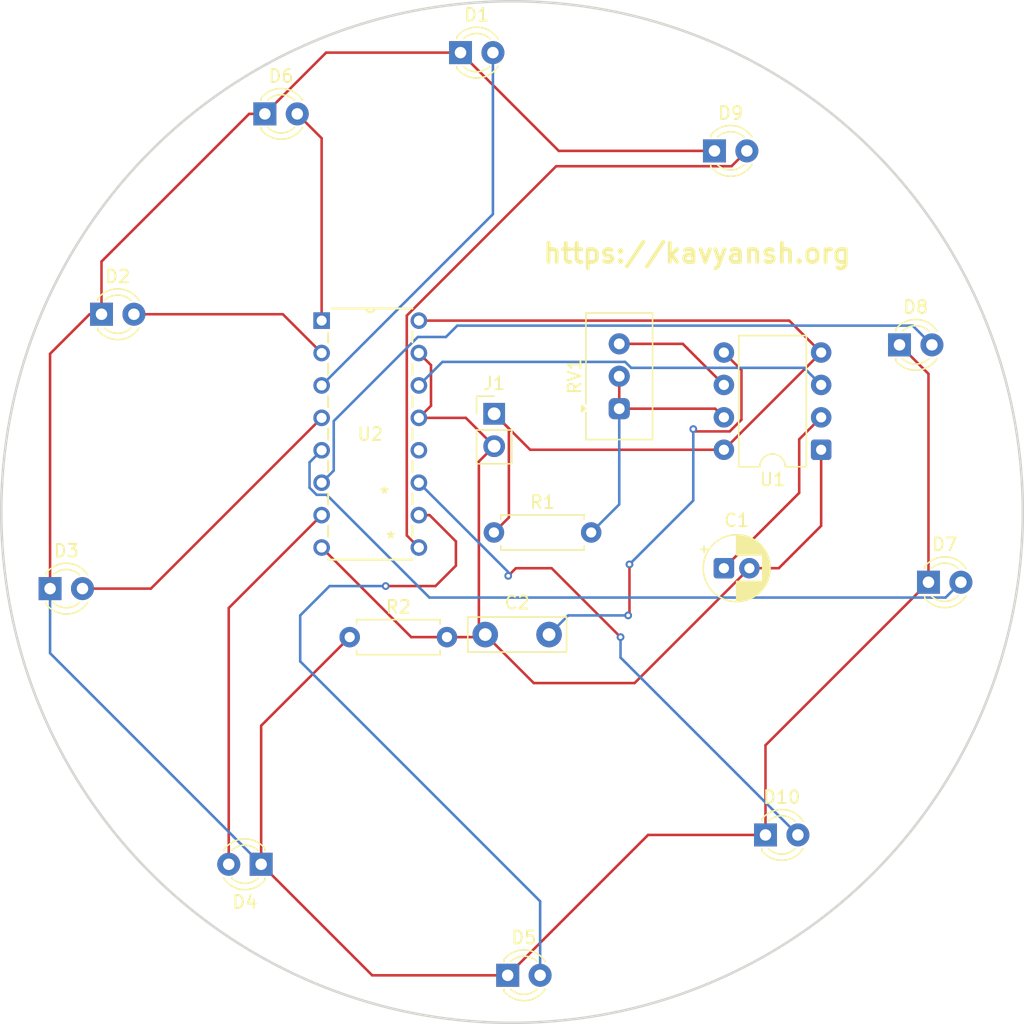
<source format=kicad_pcb>
(kicad_pcb (version 20241229) (generator "pcbnew") (generator_version "9.0")
  (layers (0 "F.Cu" signal) (2 "B.Cu" signal) (13 "F.Paste" user) (15 "B.Paste" user) (5 "F.SilkS" user "F.Silkscreen") (7 "B.SilkS" user "B.Silkscreen") (1 "F.Mask" user) (3 "B.Mask" user) (25 "Edge.Cuts" user))
  (net 0 "")
  (net 1 "GND")
  (net 2 "TR")
  (net 3 "Net-(U1-CONT)")
  (net 4 "Net-(D1-K)")
  (net 5 "Net-(D1-A)")
  (net 6 "Net-(D2-A)")
  (net 7 "Net-(D3-A)")
  (net 8 "Net-(D4-A)")
  (net 9 "Net-(D5-A)")
  (net 10 "Net-(D6-A)")
  (net 11 "Net-(D7-A)")
  (net 12 "Net-(D8-A)")
  (net 13 "Net-(D9-A)")
  (net 14 "Net-(D10-A)")
  (net 15 "+5V")
  (net 16 "Net-(U1-DISCH)")
  (net 17 "Net-(U1-THRES)")
  (net 18 "OUT")
  (footprint "Potentiometer_THT:Potentiometer_Vishay_T93YA_Vertical" (layer "F.Cu") (at 242.3 51.4 90)
    (property "Reference" "RV1" (at 2.54 -3.5 90) (layer "F.SilkS"))
    (property "Value" "R_Potentiometer 50k")
    (fp_line (start 7.5 -2.61) (end 7.5 2.61) (stroke (width 0.12)) (layer "F.SilkS"))
    (fp_line (start 0.4 -2.61) (end 7.5 -2.61) (stroke (width 0.12)) (layer "F.SilkS"))
    (fp_line (start -2.42 -2.61) (end -0.3 -2.61) (stroke (width 0.12)) (layer "F.SilkS"))
    (fp_line (start -2.42 -2.61) (end -2.42 2.61) (stroke (width 0.12)) (layer "F.SilkS"))
    (fp_line (start -2.42 2.61) (end 7.5 2.61) (stroke (width 0.12)) (layer "F.SilkS"))
    (fp_poly (pts (xy 0 -2.61) (xy -0.24 -2.94) (xy 0.24 -2.94) (xy 0 -2.61)) (stroke (width 0.12)) (fill yes) (layer "F.SilkS"))
    (pad "1" thru_hole roundrect (at 0 0 90) (size 1.65 1.65) (drill 0.85) (layers "*.Cu" "*.Mask") (net 16 "Net-(U1-DISCH)"))
    (pad "2" thru_hole circle (at 2.54 0 90) (size 1.65 1.65) (drill 0.85) (layers "*.Cu" "*.Mask") (net 16 "Net-(U1-DISCH)"))
    (pad "3" thru_hole circle (at 5.08 0 90) (size 1.65 1.65) (drill 0.85) (layers "*.Cu" "*.Mask") (net 17 "Net-(U1-THRES)"))
  )
  (footprint "LED_THT:LED_D3.0mm" (layer "F.Cu") (at 253.76 84.8)
    (property "Reference" "D10" (at 1.27 -2.96 0) (layer "F.SilkS"))
    (property "Value" "LED")
    (fp_line (start -0.29 -1.236) (end -0.29 -1.08) (stroke (width 0.12)) (layer "F.SilkS"))
    (fp_line (start -0.29 1.08) (end -0.29 1.236) (stroke (width 0.12)) (layer "F.SilkS"))
    (fp_arc (start -0.29 -1.235516) (mid 1.36566 -1.987699) (end 2.941437 -1.08) (stroke (width 0.12)) (layer "F.SilkS"))
    (fp_arc (start 0.229039 -1.08) (mid 1.27 -1.5) (end 2.310961 -1.08) (stroke (width 0.12)) (layer "F.SilkS"))
    (fp_arc (start 2.310961 1.08) (mid 1.27 1.5) (end 0.229039 1.08) (stroke (width 0.12)) (layer "F.SilkS"))
    (fp_arc (start 2.941437 1.08) (mid 1.36566 1.987699) (end -0.29 1.235516) (stroke (width 0.12)) (layer "F.SilkS"))
    (pad "1" thru_hole rect (at 0 0) (size 1.8 1.8) (drill 0.9) (layers "*.Cu" "*.Mask") (net 4 "Net-(D1-K)"))
    (pad "2" thru_hole circle (at 2.54 0) (size 1.8 1.8) (drill 0.9) (layers "*.Cu" "*.Mask") (net 14 "Net-(D10-A)"))
  )
  (footprint "LED_THT:LED_D3.0mm" (layer "F.Cu") (at 264.26 46.4)
    (property "Reference" "D8" (at 1.27 -2.96 0) (layer "F.SilkS"))
    (property "Value" "LED")
    (fp_line (start -0.29 -1.236) (end -0.29 -1.08) (stroke (width 0.12)) (layer "F.SilkS"))
    (fp_line (start -0.29 1.08) (end -0.29 1.236) (stroke (width 0.12)) (layer "F.SilkS"))
    (fp_arc (start -0.29 -1.235516) (mid 1.36566 -1.987699) (end 2.941437 -1.08) (stroke (width 0.12)) (layer "F.SilkS"))
    (fp_arc (start 0.229039 -1.08) (mid 1.27 -1.5) (end 2.310961 -1.08) (stroke (width 0.12)) (layer "F.SilkS"))
    (fp_arc (start 2.310961 1.08) (mid 1.27 1.5) (end 0.229039 1.08) (stroke (width 0.12)) (layer "F.SilkS"))
    (fp_arc (start 2.941437 1.08) (mid 1.36566 1.987699) (end -0.29 1.235516) (stroke (width 0.12)) (layer "F.SilkS"))
    (pad "1" thru_hole rect (at 0 0) (size 1.8 1.8) (drill 0.9) (layers "*.Cu" "*.Mask") (net 4 "Net-(D1-K)"))
    (pad "2" thru_hole circle (at 2.54 0) (size 1.8 1.8) (drill 0.9) (layers "*.Cu" "*.Mask") (net 12 "Net-(D8-A)"))
  )
  (footprint "Capacitor_THT:C_Disc_D7.5mm_W2.5mm_P5.00mm" (layer "F.Cu") (at 231.8 69.1)
    (property "Reference" "C2" (at 2.5 -2.5 0) (layer "F.SilkS"))
    (property "Value" "1 uF")
    (fp_line (start -1.37 -1.37) (end 6.37 -1.37) (stroke (width 0.12)) (layer "F.SilkS"))
    (fp_line (start -1.37 1.37) (end -1.37 -1.37) (stroke (width 0.12)) (layer "F.SilkS"))
    (fp_line (start 6.37 -1.37) (end 6.37 1.37) (stroke (width 0.12)) (layer "F.SilkS"))
    (fp_line (start 6.37 1.37) (end -1.37 1.37) (stroke (width 0.12)) (layer "F.SilkS"))
    (pad "1" thru_hole circle (at 0 0) (size 2 2) (drill 1) (layers "*.Cu" "*.Mask") (net 1 "GND"))
    (pad "2" thru_hole circle (at 5 0) (size 2 2) (drill 1) (layers "*.Cu" "*.Mask") (net 3 "Net-(U1-CONT)"))
  )
  (footprint "LED_THT:LED_D3.0mm" (layer "F.Cu") (at 249.76 31.2)
    (property "Reference" "D9" (at 1.27 -2.96 0) (layer "F.SilkS"))
    (property "Value" "LED")
    (fp_line (start -0.29 -1.236) (end -0.29 -1.08) (stroke (width 0.12)) (layer "F.SilkS"))
    (fp_line (start -0.29 1.08) (end -0.29 1.236) (stroke (width 0.12)) (layer "F.SilkS"))
    (fp_arc (start -0.29 -1.235516) (mid 1.36566 -1.987699) (end 2.941437 -1.08) (stroke (width 0.12)) (layer "F.SilkS"))
    (fp_arc (start 0.229039 -1.08) (mid 1.27 -1.5) (end 2.310961 -1.08) (stroke (width 0.12)) (layer "F.SilkS"))
    (fp_arc (start 2.310961 1.08) (mid 1.27 1.5) (end 0.229039 1.08) (stroke (width 0.12)) (layer "F.SilkS"))
    (fp_arc (start 2.941437 1.08) (mid 1.36566 1.987699) (end -0.29 1.235516) (stroke (width 0.12)) (layer "F.SilkS"))
    (pad "1" thru_hole rect (at 0 0) (size 1.8 1.8) (drill 0.9) (layers "*.Cu" "*.Mask") (net 4 "Net-(D1-K)"))
    (pad "2" thru_hole circle (at 2.54 0) (size 1.8 1.8) (drill 0.9) (layers "*.Cu" "*.Mask") (net 13 "Net-(D9-A)"))
  )
  (footprint "LED_THT:LED_D3.0mm" (layer "F.Cu") (at 229.86 23.5)
    (property "Reference" "D1" (at 1.27 -2.96 0) (layer "F.SilkS"))
    (property "Value" "LED")
    (fp_line (start -0.29 -1.236) (end -0.29 -1.08) (stroke (width 0.12)) (layer "F.SilkS"))
    (fp_line (start -0.29 1.08) (end -0.29 1.236) (stroke (width 0.12)) (layer "F.SilkS"))
    (fp_arc (start -0.29 -1.235516) (mid 1.36566 -1.987699) (end 2.941437 -1.08) (stroke (width 0.12)) (layer "F.SilkS"))
    (fp_arc (start 0.229039 -1.08) (mid 1.27 -1.5) (end 2.310961 -1.08) (stroke (width 0.12)) (layer "F.SilkS"))
    (fp_arc (start 2.310961 1.08) (mid 1.27 1.5) (end 0.229039 1.08) (stroke (width 0.12)) (layer "F.SilkS"))
    (fp_arc (start 2.941437 1.08) (mid 1.36566 1.987699) (end -0.29 1.235516) (stroke (width 0.12)) (layer "F.SilkS"))
    (pad "1" thru_hole rect (at 0 0) (size 1.8 1.8) (drill 0.9) (layers "*.Cu" "*.Mask") (net 4 "Net-(D1-K)"))
    (pad "2" thru_hole circle (at 2.54 0) (size 1.8 1.8) (drill 0.9) (layers "*.Cu" "*.Mask") (net 5 "Net-(D1-A)"))
  )
  (footprint "LED_THT:LED_D3.0mm" (layer "F.Cu") (at 201.73 44)
    (property "Reference" "D2" (at 1.27 -2.96 0) (layer "F.SilkS"))
    (property "Value" "LED")
    (fp_line (start -0.29 -1.236) (end -0.29 -1.08) (stroke (width 0.12)) (layer "F.SilkS"))
    (fp_line (start -0.29 1.08) (end -0.29 1.236) (stroke (width 0.12)) (layer "F.SilkS"))
    (fp_arc (start -0.29 -1.235516) (mid 1.36566 -1.987699) (end 2.941437 -1.08) (stroke (width 0.12)) (layer "F.SilkS"))
    (fp_arc (start 0.229039 -1.08) (mid 1.27 -1.5) (end 2.310961 -1.08) (stroke (width 0.12)) (layer "F.SilkS"))
    (fp_arc (start 2.310961 1.08) (mid 1.27 1.5) (end 0.229039 1.08) (stroke (width 0.12)) (layer "F.SilkS"))
    (fp_arc (start 2.941437 1.08) (mid 1.36566 1.987699) (end -0.29 1.235516) (stroke (width 0.12)) (layer "F.SilkS"))
    (pad "1" thru_hole rect (at 0 0) (size 1.8 1.8) (drill 0.9) (layers "*.Cu" "*.Mask") (net 4 "Net-(D1-K)"))
    (pad "2" thru_hole circle (at 2.54 0) (size 1.8 1.8) (drill 0.9) (layers "*.Cu" "*.Mask") (net 6 "Net-(D2-A)"))
  )
  (footprint "Package_DIP:DIP-8_W7.62mm" (layer "F.Cu") (at 258.12 54.62 180)
    (property "Reference" "U1" (at 3.81 -2.33 0) (layer "F.SilkS"))
    (property "Value" "NE555P")
    (fp_line (start 6.46 8.95) (end 6.46 -1.33) (stroke (width 0.12)) (layer "F.SilkS"))
    (fp_line (start 6.46 -1.33) (end 4.81 -1.33) (stroke (width 0.12)) (layer "F.SilkS"))
    (fp_line (start 2.81 -1.33) (end 1.16 -1.33) (stroke (width 0.12)) (layer "F.SilkS"))
    (fp_line (start 1.16 8.95) (end 6.46 8.95) (stroke (width 0.12)) (layer "F.SilkS"))
    (fp_line (start 1.16 -1.33) (end 1.16 8.95) (stroke (width 0.12)) (layer "F.SilkS"))
    (fp_arc (start 4.81 -1.33) (mid 3.81 -0.33) (end 2.81 -1.33) (stroke (width 0.12)) (layer "F.SilkS"))
    (pad "1" thru_hole roundrect (at 0 0 180) (size 1.6 1.6) (drill 0.8) (layers "*.Cu" "*.Mask") (roundrect_rratio 0.15625) (net 1 "GND"))
    (pad "2" thru_hole circle (at 0 2.54 180) (size 1.6 1.6) (drill 0.8) (layers "*.Cu" "*.Mask") (net 2 "TR"))
    (pad "3" thru_hole circle (at 0 5.08 180) (size 1.6 1.6) (drill 0.8) (layers "*.Cu" "*.Mask") (net 18 "OUT"))
    (pad "4" thru_hole circle (at 0 7.62 180) (size 1.6 1.6) (drill 0.8) (layers "*.Cu" "*.Mask") (net 15 "+5V"))
    (pad "5" thru_hole circle (at 7.62 7.62 180) (size 1.6 1.6) (drill 0.8) (layers "*.Cu" "*.Mask") (net 3 "Net-(U1-CONT)"))
    (pad "6" thru_hole circle (at 7.62 5.08 180) (size 1.6 1.6) (drill 0.8) (layers "*.Cu" "*.Mask") (net 17 "Net-(U1-THRES)"))
    (pad "7" thru_hole circle (at 7.62 2.54 180) (size 1.6 1.6) (drill 0.8) (layers "*.Cu" "*.Mask") (net 16 "Net-(U1-DISCH)"))
    (pad "8" thru_hole circle (at 7.62 0 180) (size 1.6 1.6) (drill 0.8) (layers "*.Cu" "*.Mask") (net 15 "+5V"))
  )
  (footprint "Connector_PinHeader_2.54mm:PinHeader_1x02_P2.54mm_Vertical" (layer "F.Cu") (at 232.5 51.8)
    (property "Reference" "J1" (at 0 -2.38 0) (layer "F.SilkS"))
    (property "Value" "Conn_01x02_Socket")
    (fp_line (start -1.38 -1.38) (end 0 -1.38) (stroke (width 0.12)) (layer "F.SilkS"))
    (fp_line (start -1.38 0) (end -1.38 -1.38) (stroke (width 0.12)) (layer "F.SilkS"))
    (fp_line (start -1.38 1.27) (end -1.38 3.92) (stroke (width 0.12)) (layer "F.SilkS"))
    (fp_line (start -1.38 1.27) (end 1.38 1.27) (stroke (width 0.12)) (layer "F.SilkS"))
    (fp_line (start -1.38 3.92) (end 1.38 3.92) (stroke (width 0.12)) (layer "F.SilkS"))
    (fp_line (start 1.38 1.27) (end 1.38 3.92) (stroke (width 0.12)) (layer "F.SilkS"))
    (pad "1" thru_hole rect (at 0 0) (size 1.7 1.7) (drill 1) (layers "*.Cu" "*.Mask") (net 15 "+5V"))
    (pad "2" thru_hole circle (at 0 2.54) (size 1.7 1.7) (drill 1) (layers "*.Cu" "*.Mask") (net 1 "GND"))
  )
  (footprint "Texas Instruments CD4017BE:N16" (layer "F.Cu") (at 226.6 62.28)
    (property "Reference" "U2" (at -3.81 -8.89 0) (layer "F.SilkS"))
    (property "Value" "4017")
    (fp_line (start -7.112 -16.79956) (end -7.112 -16.078569) (stroke (width 0.1524)) (layer "F.SilkS"))
    (fp_line (start -7.112 -14.401431) (end -7.112 -13.538569) (stroke (width 0.1524)) (layer "F.SilkS"))
    (fp_line (start -7.112 -11.861431) (end -7.112 -10.998569) (stroke (width 0.1524)) (layer "F.SilkS"))
    (fp_line (start -7.112 -9.321431) (end -7.112 -8.458569) (stroke (width 0.1524)) (layer "F.SilkS"))
    (fp_line (start -7.112 -6.781431) (end -7.112 -5.918569) (stroke (width 0.1524)) (layer "F.SilkS"))
    (fp_line (start -7.112 -4.241431) (end -7.112 -3.378569) (stroke (width 0.1524)) (layer "F.SilkS"))
    (fp_line (start -7.112 -1.701431) (end -7.112 -0.838569) (stroke (width 0.1524)) (layer "F.SilkS"))
    (fp_line (start -7.112 0.9525) (end -0.508 0.9525) (stroke (width 0.1524)) (layer "F.SilkS"))
    (fp_line (start -0.508 -18.7325) (end -6.838835 -18.7325) (stroke (width 0.1524)) (layer "F.SilkS"))
    (fp_line (start -0.508 -16.078569) (end -0.508 -16.941431) (stroke (width 0.1524)) (layer "F.SilkS"))
    (fp_line (start -0.508 -13.538569) (end -0.508 -14.401431) (stroke (width 0.1524)) (layer "F.SilkS"))
    (fp_line (start -0.508 -10.998569) (end -0.508 -11.861431) (stroke (width 0.1524)) (layer "F.SilkS"))
    (fp_line (start -0.508 -8.458569) (end -0.508 -9.321431) (stroke (width 0.1524)) (layer "F.SilkS"))
    (fp_line (start -0.508 -5.918569) (end -0.508 -6.781431) (stroke (width 0.1524)) (layer "F.SilkS"))
    (fp_line (start -0.508 -3.378569) (end -0.508 -4.241431) (stroke (width 0.1524)) (layer "F.SilkS"))
    (fp_line (start -0.508 -0.838569) (end -0.508 -1.701431) (stroke (width 0.1524)) (layer "F.SilkS"))
    (fp_arc (start -3.5052 -18.7325) (mid -3.81 -18.4277) (end -4.1148 -18.7325) (stroke (width 0.1524)) (layer "F.SilkS"))
    (fp_text user "*" (at -2.7 -4.18 0) (layer "F.SilkS"))
    (fp_text user "*" (at -2.2 -0.68 0) (layer "F.SilkS"))
    (pad "1" thru_hole rect (at -7.62 -17.78) (size 1.2954 1.2954) (drill 0.7874) (layers "*.Cu" "*.Mask") (net 10 "Net-(D6-A)"))
    (pad "2" thru_hole circle (at -7.62 -15.24) (size 1.2954 1.2954) (drill 0.7874) (layers "*.Cu" "*.Mask") (net 6 "Net-(D2-A)"))
    (pad "3" thru_hole circle (at -7.62 -12.7) (size 1.2954 1.2954) (drill 0.7874) (layers "*.Cu" "*.Mask") (net 5 "Net-(D1-A)"))
    (pad "4" thru_hole circle (at -7.62 -10.16) (size 1.2954 1.2954) (drill 0.7874) (layers "*.Cu" "*.Mask") (net 7 "Net-(D3-A)"))
    (pad "5" thru_hole circle (at -7.62 -7.62) (size 1.2954 1.2954) (drill 0.7874) (layers "*.Cu" "*.Mask") (net 11 "Net-(D7-A)"))
    (pad "6" thru_hole circle (at -7.62 -5.08) (size 1.2954 1.2954) (drill 0.7874) (layers "*.Cu" "*.Mask") (net 12 "Net-(D8-A)"))
    (pad "7" thru_hole circle (at -7.62 -2.54) (size 1.2954 1.2954) (drill 0.7874) (layers "*.Cu" "*.Mask") (net 8 "Net-(D4-A)"))
    (pad "8" thru_hole circle (at -7.62 0) (size 1.2954 1.2954) (drill 0.7874) (layers "*.Cu" "*.Mask") (net 1 "GND"))
    (pad "9" thru_hole circle (at 0 0) (size 1.2954 1.2954) (drill 0.7874) (layers "*.Cu" "*.Mask") (net 13 "Net-(D9-A)"))
    (pad "10" thru_hole circle (at 0 -2.54) (size 1.2954 1.2954) (drill 0.7874) (layers "*.Cu" "*.Mask") (net 9 "Net-(D5-A)"))
    (pad "11" thru_hole circle (at 0 -5.08) (size 1.2954 1.2954) (drill 0.7874) (layers "*.Cu" "*.Mask") (net 14 "Net-(D10-A)"))
    (pad "12" thru_hole circle (at 0 -7.62) (size 1.2954 1.2954) (drill 0.7874) (layers "*.Cu" "*.Mask"))
    (pad "13" thru_hole circle (at 0 -10.16) (size 1.2954 1.2954) (drill 0.7874) (layers "*.Cu" "*.Mask") (net 1 "GND"))
    (pad "14" thru_hole circle (at 0 -12.7) (size 1.2954 1.2954) (drill 0.7874) (layers "*.Cu" "*.Mask") (net 18 "OUT"))
    (pad "15" thru_hole circle (at 0 -15.24) (size 1.2954 1.2954) (drill 0.7874) (layers "*.Cu" "*.Mask") (net 1 "GND"))
    (pad "16" thru_hole circle (at 0 -17.78) (size 1.2954 1.2954) (drill 0.7874) (layers "*.Cu" "*.Mask") (net 15 "+5V"))
  )
  (footprint "LED_THT:LED_D3.0mm" (layer "F.Cu") (at 197.7 65.5)
    (property "Reference" "D3" (at 1.27 -2.96 0) (layer "F.SilkS"))
    (property "Value" "LED")
    (fp_line (start -0.29 -1.236) (end -0.29 -1.08) (stroke (width 0.12)) (layer "F.SilkS"))
    (fp_line (start -0.29 1.08) (end -0.29 1.236) (stroke (width 0.12)) (layer "F.SilkS"))
    (fp_arc (start -0.29 -1.235516) (mid 1.36566 -1.987699) (end 2.941437 -1.08) (stroke (width 0.12)) (layer "F.SilkS"))
    (fp_arc (start 0.229039 -1.08) (mid 1.27 -1.5) (end 2.310961 -1.08) (stroke (width 0.12)) (layer "F.SilkS"))
    (fp_arc (start 2.310961 1.08) (mid 1.27 1.5) (end 0.229039 1.08) (stroke (width 0.12)) (layer "F.SilkS"))
    (fp_arc (start 2.941437 1.08) (mid 1.36566 1.987699) (end -0.29 1.235516) (stroke (width 0.12)) (layer "F.SilkS"))
    (pad "1" thru_hole rect (at 0 0) (size 1.8 1.8) (drill 0.9) (layers "*.Cu" "*.Mask") (net 4 "Net-(D1-K)"))
    (pad "2" thru_hole circle (at 2.54 0) (size 1.8 1.8) (drill 0.9) (layers "*.Cu" "*.Mask") (net 7 "Net-(D3-A)"))
  )
  (footprint "LED_THT:LED_D3.0mm" (layer "F.Cu") (at 233.56 95.8)
    (property "Reference" "D5" (at 1.27 -2.96 0) (layer "F.SilkS"))
    (property "Value" "LED")
    (fp_line (start -0.29 -1.236) (end -0.29 -1.08) (stroke (width 0.12)) (layer "F.SilkS"))
    (fp_line (start -0.29 1.08) (end -0.29 1.236) (stroke (width 0.12)) (layer "F.SilkS"))
    (fp_arc (start -0.29 -1.235516) (mid 1.36566 -1.987699) (end 2.941437 -1.08) (stroke (width 0.12)) (layer "F.SilkS"))
    (fp_arc (start 0.229039 -1.08) (mid 1.27 -1.5) (end 2.310961 -1.08) (stroke (width 0.12)) (layer "F.SilkS"))
    (fp_arc (start 2.310961 1.08) (mid 1.27 1.5) (end 0.229039 1.08) (stroke (width 0.12)) (layer "F.SilkS"))
    (fp_arc (start 2.941437 1.08) (mid 1.36566 1.987699) (end -0.29 1.235516) (stroke (width 0.12)) (layer "F.SilkS"))
    (pad "1" thru_hole rect (at 0 0) (size 1.8 1.8) (drill 0.9) (layers "*.Cu" "*.Mask") (net 4 "Net-(D1-K)"))
    (pad "2" thru_hole circle (at 2.54 0) (size 1.8 1.8) (drill 0.9) (layers "*.Cu" "*.Mask") (net 9 "Net-(D5-A)"))
  )
  (footprint "Capacitor_THT:CP_Radial_D5.0mm_P2.00mm" (layer "F.Cu") (at 250.5 63.9)
    (property "Reference" "C1" (at 1 -3.75 0) (layer "F.SilkS"))
    (property "Value" "C_Polarized 0.01 uF")
    (fp_line (start -1.804775 -1.475) (end -1.304775 -1.475) (stroke (width 0.12)) (layer "F.SilkS"))
    (fp_line (start -1.554775 -1.725) (end -1.554775 -1.225) (stroke (width 0.12)) (layer "F.SilkS"))
    (fp_line (start 1 -2.58) (end 1 -1.04) (stroke (width 0.12)) (layer "F.SilkS"))
    (fp_line (start 1 1.04) (end 1 2.58) (stroke (width 0.12)) (layer "F.SilkS"))
    (fp_line (start 1.04 -2.58) (end 1.04 -1.04) (stroke (width 0.12)) (layer "F.SilkS"))
    (fp_line (start 1.04 1.04) (end 1.04 2.58) (stroke (width 0.12)) (layer "F.SilkS"))
    (fp_line (start 1.08 -2.579) (end 1.08 -1.04) (stroke (width 0.12)) (layer "F.SilkS"))
    (fp_line (start 1.08 1.04) (end 1.08 2.579) (stroke (width 0.12)) (layer "F.SilkS"))
    (fp_line (start 1.12 -2.577) (end 1.12 -1.04) (stroke (width 0.12)) (layer "F.SilkS"))
    (fp_line (start 1.12 1.04) (end 1.12 2.577) (stroke (width 0.12)) (layer "F.SilkS"))
    (fp_line (start 1.16 -2.575) (end 1.16 -1.04) (stroke (width 0.12)) (layer "F.SilkS"))
    (fp_line (start 1.16 1.04) (end 1.16 2.575) (stroke (width 0.12)) (layer "F.SilkS"))
    (fp_line (start 1.2 -2.572) (end 1.2 -1.04) (stroke (width 0.12)) (layer "F.SilkS"))
    (fp_line (start 1.2 1.04) (end 1.2 2.572) (stroke (width 0.12)) (layer "F.SilkS"))
    (fp_line (start 1.24 -2.569) (end 1.24 -1.04) (stroke (width 0.12)) (layer "F.SilkS"))
    (fp_line (start 1.24 1.04) (end 1.24 2.569) (stroke (width 0.12)) (layer "F.SilkS"))
    (fp_line (start 1.28 -2.565) (end 1.28 -1.04) (stroke (width 0.12)) (layer "F.SilkS"))
    (fp_line (start 1.28 1.04) (end 1.28 2.565) (stroke (width 0.12)) (layer "F.SilkS"))
    (fp_line (start 1.32 -2.56) (end 1.32 -1.04) (stroke (width 0.12)) (layer "F.SilkS"))
    (fp_line (start 1.32 1.04) (end 1.32 2.56) (stroke (width 0.12)) (layer "F.SilkS"))
    (fp_line (start 1.36 -2.555) (end 1.36 -1.04) (stroke (width 0.12)) (layer "F.SilkS"))
    (fp_line (start 1.36 1.04) (end 1.36 2.555) (stroke (width 0.12)) (layer "F.SilkS"))
    (fp_line (start 1.4 -2.549) (end 1.4 -1.04) (stroke (width 0.12)) (layer "F.SilkS"))
    (fp_line (start 1.4 1.04) (end 1.4 2.549) (stroke (width 0.12)) (layer "F.SilkS"))
    (fp_line (start 1.44 -2.543) (end 1.44 -1.04) (stroke (width 0.12)) (layer "F.SilkS"))
    (fp_line (start 1.44 1.04) (end 1.44 2.543) (stroke (width 0.12)) (layer "F.SilkS"))
    (fp_line (start 1.48 -2.536) (end 1.48 -1.04) (stroke (width 0.12)) (layer "F.SilkS"))
    (fp_line (start 1.48 1.04) (end 1.48 2.536) (stroke (width 0.12)) (layer "F.SilkS"))
    (fp_line (start 1.52 -2.528) (end 1.52 -1.04) (stroke (width 0.12)) (layer "F.SilkS"))
    (fp_line (start 1.52 1.04) (end 1.52 2.528) (stroke (width 0.12)) (layer "F.SilkS"))
    (fp_line (start 1.56 -2.519) (end 1.56 -1.04) (stroke (width 0.12)) (layer "F.SilkS"))
    (fp_line (start 1.56 1.04) (end 1.56 2.519) (stroke (width 0.12)) (layer "F.SilkS"))
    (fp_line (start 1.6 -2.51) (end 1.6 -1.04) (stroke (width 0.12)) (layer "F.SilkS"))
    (fp_line (start 1.6 1.04) (end 1.6 2.51) (stroke (width 0.12)) (layer "F.SilkS"))
    (fp_line (start 1.64 -2.501) (end 1.64 -1.04) (stroke (width 0.12)) (layer "F.SilkS"))
    (fp_line (start 1.64 1.04) (end 1.64 2.501) (stroke (width 0.12)) (layer "F.SilkS"))
    (fp_line (start 1.68 -2.49) (end 1.68 -1.04) (stroke (width 0.12)) (layer "F.SilkS"))
    (fp_line (start 1.68 1.04) (end 1.68 2.49) (stroke (width 0.12)) (layer "F.SilkS"))
    (fp_line (start 1.72 -2.479) (end 1.72 -1.04) (stroke (width 0.12)) (layer "F.SilkS"))
    (fp_line (start 1.72 1.04) (end 1.72 2.479) (stroke (width 0.12)) (layer "F.SilkS"))
    (fp_line (start 1.76 -2.467) (end 1.76 -1.04) (stroke (width 0.12)) (layer "F.SilkS"))
    (fp_line (start 1.76 1.04) (end 1.76 2.467) (stroke (width 0.12)) (layer "F.SilkS"))
    (fp_line (start 1.8 -2.455) (end 1.8 -1.04) (stroke (width 0.12)) (layer "F.SilkS"))
    (fp_line (start 1.8 1.04) (end 1.8 2.455) (stroke (width 0.12)) (layer "F.SilkS"))
    (fp_line (start 1.84 -2.442) (end 1.84 -1.04) (stroke (width 0.12)) (layer "F.SilkS"))
    (fp_line (start 1.84 1.04) (end 1.84 2.442) (stroke (width 0.12)) (layer "F.SilkS"))
    (fp_line (start 1.88 -2.428) (end 1.88 -1.04) (stroke (width 0.12)) (layer "F.SilkS"))
    (fp_line (start 1.88 1.04) (end 1.88 2.428) (stroke (width 0.12)) (layer "F.SilkS"))
    (fp_line (start 1.92 -2.413) (end 1.92 -1.04) (stroke (width 0.12)) (layer "F.SilkS"))
    (fp_line (start 1.92 1.04) (end 1.92 2.413) (stroke (width 0.12)) (layer "F.SilkS"))
    (fp_line (start 1.96 -2.398) (end 1.96 -1.04) (stroke (width 0.12)) (layer "F.SilkS"))
    (fp_line (start 1.96 1.04) (end 1.96 2.398) (stroke (width 0.12)) (layer "F.SilkS"))
    (fp_line (start 2 -2.382) (end 2 -1.04) (stroke (width 0.12)) (layer "F.SilkS"))
    (fp_line (start 2 1.04) (end 2 2.382) (stroke (width 0.12)) (layer "F.SilkS"))
    (fp_line (start 2.04 -2.365) (end 2.04 -1.04) (stroke (width 0.12)) (layer "F.SilkS"))
    (fp_line (start 2.04 1.04) (end 2.04 2.365) (stroke (width 0.12)) (layer "F.SilkS"))
    (fp_line (start 2.08 -2.347) (end 2.08 -1.04) (stroke (width 0.12)) (layer "F.SilkS"))
    (fp_line (start 2.08 1.04) (end 2.08 2.347) (stroke (width 0.12)) (layer "F.SilkS"))
    (fp_line (start 2.12 -2.329) (end 2.12 -1.04) (stroke (width 0.12)) (layer "F.SilkS"))
    (fp_line (start 2.12 1.04) (end 2.12 2.329) (stroke (width 0.12)) (layer "F.SilkS"))
    (fp_line (start 2.16 -2.309) (end 2.16 -1.04) (stroke (width 0.12)) (layer "F.SilkS"))
    (fp_line (start 2.16 1.04) (end 2.16 2.309) (stroke (width 0.12)) (layer "F.SilkS"))
    (fp_line (start 2.2 -2.289) (end 2.2 -1.04) (stroke (width 0.12)) (layer "F.SilkS"))
    (fp_line (start 2.2 1.04) (end 2.2 2.289) (stroke (width 0.12)) (layer "F.SilkS"))
    (fp_line (start 2.24 -2.268) (end 2.24 -1.04) (stroke (width 0.12)) (layer "F.SilkS"))
    (fp_line (start 2.24 1.04) (end 2.24 2.268) (stroke (width 0.12)) (layer "F.SilkS"))
    (fp_line (start 2.28 -2.246) (end 2.28 -1.04) (stroke (width 0.12)) (layer "F.SilkS"))
    (fp_line (start 2.28 1.04) (end 2.28 2.246) (stroke (width 0.12)) (layer "F.SilkS"))
    (fp_line (start 2.32 -2.223) (end 2.32 -1.04) (stroke (width 0.12)) (layer "F.SilkS"))
    (fp_line (start 2.32 1.04) (end 2.32 2.223) (stroke (width 0.12)) (layer "F.SilkS"))
    (fp_line (start 2.36 -2.199) (end 2.36 -1.04) (stroke (width 0.12)) (layer "F.SilkS"))
    (fp_line (start 2.36 1.04) (end 2.36 2.199) (stroke (width 0.12)) (layer "F.SilkS"))
    (fp_line (start 2.4 -2.175) (end 2.4 -1.04) (stroke (width 0.12)) (layer "F.SilkS"))
    (fp_line (start 2.4 1.04) (end 2.4 2.175) (stroke (width 0.12)) (layer "F.SilkS"))
    (fp_line (start 2.44 -2.149) (end 2.44 -1.04) (stroke (width 0.12)) (layer "F.SilkS"))
    (fp_line (start 2.44 1.04) (end 2.44 2.149) (stroke (width 0.12)) (layer "F.SilkS"))
    (fp_line (start 2.48 -2.122) (end 2.48 -1.04) (stroke (width 0.12)) (layer "F.SilkS"))
    (fp_line (start 2.48 1.04) (end 2.48 2.122) (stroke (width 0.12)) (layer "F.SilkS"))
    (fp_line (start 2.52 -2.094) (end 2.52 -1.04) (stroke (width 0.12)) (layer "F.SilkS"))
    (fp_line (start 2.52 1.04) (end 2.52 2.094) (stroke (width 0.12)) (layer "F.SilkS"))
    (fp_line (start 2.56 -2.065) (end 2.56 -1.04) (stroke (width 0.12)) (layer "F.SilkS"))
    (fp_line (start 2.56 1.04) (end 2.56 2.065) (stroke (width 0.12)) (layer "F.SilkS"))
    (fp_line (start 2.6 -2.035) (end 2.6 -1.04) (stroke (width 0.12)) (layer "F.SilkS"))
    (fp_line (start 2.6 1.04) (end 2.6 2.035) (stroke (width 0.12)) (layer "F.SilkS"))
    (fp_line (start 2.64 -2.003) (end 2.64 -1.04) (stroke (width 0.12)) (layer "F.SilkS"))
    (fp_line (start 2.64 1.04) (end 2.64 2.003) (stroke (width 0.12)) (layer "F.SilkS"))
    (fp_line (start 2.68 -1.97) (end 2.68 -1.04) (stroke (width 0.12)) (layer "F.SilkS"))
    (fp_line (start 2.68 1.04) (end 2.68 1.97) (stroke (width 0.12)) (layer "F.SilkS"))
    (fp_line (start 2.72 -1.936) (end 2.72 -1.04) (stroke (width 0.12)) (layer "F.SilkS"))
    (fp_line (start 2.72 1.04) (end 2.72 1.936) (stroke (width 0.12)) (layer "F.SilkS"))
    (fp_line (start 2.76 -1.901) (end 2.76 -1.04) (stroke (width 0.12)) (layer "F.SilkS"))
    (fp_line (start 2.76 1.04) (end 2.76 1.901) (stroke (width 0.12)) (layer "F.SilkS"))
    (fp_line (start 2.8 -1.864) (end 2.8 -1.04) (stroke (width 0.12)) (layer "F.SilkS"))
    (fp_line (start 2.8 1.04) (end 2.8 1.864) (stroke (width 0.12)) (layer "F.SilkS"))
    (fp_line (start 2.84 -1.825) (end 2.84 -1.04) (stroke (width 0.12)) (layer "F.SilkS"))
    (fp_line (start 2.84 1.04) (end 2.84 1.825) (stroke (width 0.12)) (layer "F.SilkS"))
    (fp_line (start 2.88 -1.785) (end 2.88 -1.04) (stroke (width 0.12)) (layer "F.SilkS"))
    (fp_line (start 2.88 1.04) (end 2.88 1.785) (stroke (width 0.12)) (layer "F.SilkS"))
    (fp_line (start 2.92 -1.743) (end 2.92 -1.04) (stroke (width 0.12)) (layer "F.SilkS"))
    (fp_line (start 2.92 1.04) (end 2.92 1.743) (stroke (width 0.12)) (layer "F.SilkS"))
    (fp_line (start 2.96 -1.699) (end 2.96 -1.04) (stroke (width 0.12)) (layer "F.SilkS"))
    (fp_line (start 2.96 1.04) (end 2.96 1.699) (stroke (width 0.12)) (layer "F.SilkS"))
    (fp_line (start 3 -1.652) (end 3 -1.04) (stroke (width 0.12)) (layer "F.SilkS"))
    (fp_line (start 3 1.04) (end 3 1.652) (stroke (width 0.12)) (layer "F.SilkS"))
    (fp_line (start 3.04 -1.604) (end 3.04 1.604) (stroke (width 0.12)) (layer "F.SilkS"))
    (fp_line (start 3.08 -1.553) (end 3.08 1.553) (stroke (width 0.12)) (layer "F.SilkS"))
    (fp_line (start 3.12 -1.499) (end 3.12 1.499) (stroke (width 0.12)) (layer "F.SilkS"))
    (fp_line (start 3.16 -1.443) (end 3.16 1.443) (stroke (width 0.12)) (layer "F.SilkS"))
    (fp_line (start 3.2 -1.383) (end 3.2 1.383) (stroke (width 0.12)) (layer "F.SilkS"))
    (fp_line (start 3.24 -1.319) (end 3.24 1.319) (stroke (width 0.12)) (layer "F.SilkS"))
    (fp_line (start 3.28 -1.251) (end 3.28 1.251) (stroke (width 0.12)) (layer "F.SilkS"))
    (fp_line (start 3.32 -1.177) (end 3.32 1.177) (stroke (width 0.12)) (layer "F.SilkS"))
    (fp_line (start 3.36 -1.098) (end 3.36 1.098) (stroke (width 0.12)) (layer "F.SilkS"))
    (fp_line (start 3.4 -1.011) (end 3.4 1.011) (stroke (width 0.12)) (layer "F.SilkS"))
    (fp_line (start 3.44 -0.914) (end 3.44 0.914) (stroke (width 0.12)) (layer "F.SilkS"))
    (fp_line (start 3.48 -0.805) (end 3.48 0.805) (stroke (width 0.12)) (layer "F.SilkS"))
    (fp_line (start 3.52 -0.677) (end 3.52 0.677) (stroke (width 0.12)) (layer "F.SilkS"))
    (fp_line (start 3.56 -0.517) (end 3.56 0.517) (stroke (width 0.12)) (layer "F.SilkS"))
    (fp_line (start 3.6 -0.283) (end 3.6 0.283) (stroke (width 0.12)) (layer "F.SilkS"))
    (fp_circle (center 1 0) (end 3.62 0) (stroke (width 0.12)) (fill no) (layer "F.SilkS"))
    (pad "1" thru_hole roundrect (at 0 0) (size 1.6 1.6) (drill 0.8) (layers "*.Cu" "*.Mask") (roundrect_rratio 0.15625) (net 2 "TR"))
    (pad "2" thru_hole circle (at 2 0) (size 1.6 1.6) (drill 0.8) (layers "*.Cu" "*.Mask") (net 1 "GND"))
  )
  (footprint "LED_THT:LED_D3.0mm" (layer "F.Cu") (at 266.53 65)
    (property "Reference" "D7" (at 1.27 -2.96 0) (layer "F.SilkS"))
    (property "Value" "LED")
    (fp_line (start -0.29 -1.236) (end -0.29 -1.08) (stroke (width 0.12)) (layer "F.SilkS"))
    (fp_line (start -0.29 1.08) (end -0.29 1.236) (stroke (width 0.12)) (layer "F.SilkS"))
    (fp_arc (start -0.29 -1.235516) (mid 1.36566 -1.987699) (end 2.941437 -1.08) (stroke (width 0.12)) (layer "F.SilkS"))
    (fp_arc (start 0.229039 -1.08) (mid 1.27 -1.5) (end 2.310961 -1.08) (stroke (width 0.12)) (layer "F.SilkS"))
    (fp_arc (start 2.310961 1.08) (mid 1.27 1.5) (end 0.229039 1.08) (stroke (width 0.12)) (layer "F.SilkS"))
    (fp_arc (start 2.941437 1.08) (mid 1.36566 1.987699) (end -0.29 1.235516) (stroke (width 0.12)) (layer "F.SilkS"))
    (pad "1" thru_hole rect (at 0 0) (size 1.8 1.8) (drill 0.9) (layers "*.Cu" "*.Mask") (net 4 "Net-(D1-K)"))
    (pad "2" thru_hole circle (at 2.54 0) (size 1.8 1.8) (drill 0.9) (layers "*.Cu" "*.Mask") (net 11 "Net-(D7-A)"))
  )
  (footprint "LED_THT:LED_D3.0mm" (layer "F.Cu") (at 214.24 87.1 180)
    (property "Reference" "D4" (at 1.27 -2.96 0) (layer "F.SilkS"))
    (property "Value" "LED")
    (fp_line (start -0.29 1.08) (end -0.29 1.236) (stroke (width 0.12)) (layer "F.SilkS"))
    (fp_line (start -0.29 -1.236) (end -0.29 -1.08) (stroke (width 0.12)) (layer "F.SilkS"))
    (fp_arc (start 2.941437 1.08) (mid 1.36566 1.987699) (end -0.29 1.235516) (stroke (width 0.12)) (layer "F.SilkS"))
    (fp_arc (start 2.310961 1.08) (mid 1.27 1.5) (end 0.229039 1.08) (stroke (width 0.12)) (layer "F.SilkS"))
    (fp_arc (start 0.229039 -1.08) (mid 1.27 -1.5) (end 2.310961 -1.08) (stroke (width 0.12)) (layer "F.SilkS"))
    (fp_arc (start -0.29 -1.235516) (mid 1.36566 -1.987699) (end 2.941437 -1.08) (stroke (width 0.12)) (layer "F.SilkS"))
    (pad "1" thru_hole rect (at 0 0 180) (size 1.8 1.8) (drill 0.9) (layers "*.Cu" "*.Mask") (net 4 "Net-(D1-K)"))
    (pad "2" thru_hole circle (at 2.54 0 180) (size 1.8 1.8) (drill 0.9) (layers "*.Cu" "*.Mask") (net 8 "Net-(D4-A)"))
  )
  (footprint "Resistor_THT:R_Axial_DIN0207_L6.3mm_D2.5mm_P7.62mm_Horizontal" (layer "F.Cu") (at 232.48 61.1)
    (property "Reference" "R1" (at 3.81 -2.37 0) (layer "F.SilkS"))
    (property "Value" "1k")
    (fp_line (start 0.54 -1.37) (end 7.08 -1.37) (stroke (width 0.12)) (layer "F.SilkS"))
    (fp_line (start 0.54 -1.04) (end 0.54 -1.37) (stroke (width 0.12)) (layer "F.SilkS"))
    (fp_line (start 0.54 1.04) (end 0.54 1.37) (stroke (width 0.12)) (layer "F.SilkS"))
    (fp_line (start 0.54 1.37) (end 7.08 1.37) (stroke (width 0.12)) (layer "F.SilkS"))
    (fp_line (start 7.08 -1.37) (end 7.08 -1.04) (stroke (width 0.12)) (layer "F.SilkS"))
    (fp_line (start 7.08 1.37) (end 7.08 1.04) (stroke (width 0.12)) (layer "F.SilkS"))
    (pad "1" thru_hole circle (at 0 0) (size 1.6 1.6) (drill 0.8) (layers "*.Cu" "*.Mask") (net 15 "+5V"))
    (pad "2" thru_hole circle (at 7.62 0) (size 1.6 1.6) (drill 0.8) (layers "*.Cu" "*.Mask") (net 16 "Net-(U1-DISCH)"))
  )
  (footprint "LED_THT:LED_D3.0mm" (layer "F.Cu") (at 214.53 28.3)
    (property "Reference" "D6" (at 1.27 -2.96 0) (layer "F.SilkS"))
    (property "Value" "LED")
    (fp_line (start -0.29 -1.236) (end -0.29 -1.08) (stroke (width 0.12)) (layer "F.SilkS"))
    (fp_line (start -0.29 1.08) (end -0.29 1.236) (stroke (width 0.12)) (layer "F.SilkS"))
    (fp_arc (start -0.29 -1.235516) (mid 1.36566 -1.987699) (end 2.941437 -1.08) (stroke (width 0.12)) (layer "F.SilkS"))
    (fp_arc (start 0.229039 -1.08) (mid 1.27 -1.5) (end 2.310961 -1.08) (stroke (width 0.12)) (layer "F.SilkS"))
    (fp_arc (start 2.310961 1.08) (mid 1.27 1.5) (end 0.229039 1.08) (stroke (width 0.12)) (layer "F.SilkS"))
    (fp_arc (start 2.941437 1.08) (mid 1.36566 1.987699) (end -0.29 1.235516) (stroke (width 0.12)) (layer "F.SilkS"))
    (pad "1" thru_hole rect (at 0 0) (size 1.8 1.8) (drill 0.9) (layers "*.Cu" "*.Mask") (net 4 "Net-(D1-K)"))
    (pad "2" thru_hole circle (at 2.54 0) (size 1.8 1.8) (drill 0.9) (layers "*.Cu" "*.Mask") (net 10 "Net-(D6-A)"))
  )
  (footprint "Resistor_THT:R_Axial_DIN0207_L6.3mm_D2.5mm_P7.62mm_Horizontal" (layer "F.Cu") (at 221.18 69.3)
    (property "Reference" "R2" (at 3.81 -2.37 0) (layer "F.SilkS"))
    (property "Value" "R470")
    (fp_line (start 0.54 -1.37) (end 7.08 -1.37) (stroke (width 0.12)) (layer "F.SilkS"))
    (fp_line (start 0.54 -1.04) (end 0.54 -1.37) (stroke (width 0.12)) (layer "F.SilkS"))
    (fp_line (start 0.54 1.04) (end 0.54 1.37) (stroke (width 0.12)) (layer "F.SilkS"))
    (fp_line (start 0.54 1.37) (end 7.08 1.37) (stroke (width 0.12)) (layer "F.SilkS"))
    (fp_line (start 7.08 -1.37) (end 7.08 -1.04) (stroke (width 0.12)) (layer "F.SilkS"))
    (fp_line (start 7.08 1.37) (end 7.08 1.04) (stroke (width 0.12)) (layer "F.SilkS"))
    (pad "1" thru_hole circle (at 0 0) (size 1.6 1.6) (drill 0.8) (layers "*.Cu" "*.Mask") (net 4 "Net-(D1-K)"))
    (pad "2" thru_hole circle (at 7.62 0) (size 1.6 1.6) (drill 0.8) (layers "*.Cu" "*.Mask") (net 1 "GND"))
  )
  (gr_circle (center 233.9 59.5) (end 267 82) (stroke (width 0.2)) (fill no) (layer "Edge.Cuts"))
  (gr_text "https://kavyansh.org" (at 236.2 40.1 0) (layer "F.SilkS") (effects (font (size 1.5 1.5) (thickness 0.3) (bold yes)) (justify left bottom)))
  (segment (start 227.5487 51.1713) (end 226.6 52.12) (width 0.2) (layer "F.Cu") (net 1))
  (segment (start 227.5487 47.9887) (end 227.5487 51.1713) (width 0.2) (layer "F.Cu") (net 1))
  (segment (start 226 69.3) (end 228.8 69.3) (width 0.2) (layer "F.Cu") (net 1))
  (segment (start 231.6 69.3) (end 231.8 69.1) (width 0.2) (layer "F.Cu") (net 1))
  (segment (start 231.3 68.6) (end 231.3 55.54) (width 0.2) (layer "F.Cu") (net 1))
  (segment (start 228.8 69.3) (end 231.6 69.3) (width 0.2) (layer "F.Cu") (net 1))
  (segment (start 235.6 72.9) (end 231.8 69.1) (width 0.2) (layer "F.Cu") (net 1))
  (segment (start 243.5 72.9) (end 235.6 72.9) (width 0.2) (layer "F.Cu") (net 1))
  (segment (start 231.3 55.54) (end 232.5 54.34) (width 0.2) (layer "F.Cu") (net 1))
  (segment (start 218.98 62.28) (end 226 69.3) (width 0.2) (layer "F.Cu") (net 1))
  (segment (start 230.28 52.12) (end 232.5 54.34) (width 0.2) (layer "F.Cu") (net 1))
  (segment (start 252.5 63.9) (end 243.5 72.9) (width 0.2) (layer "F.Cu") (net 1))
  (segment (start 226.6 52.12) (end 230.28 52.12) (width 0.2) (layer "F.Cu") (net 1))
  (segment (start 254.8 63.9) (end 258.12 60.58) (width 0.2) (layer "F.Cu") (net 1))
  (segment (start 231.8 69.1) (end 231.3 68.6) (width 0.2) (layer "F.Cu") (net 1))
  (segment (start 252.5 63.9) (end 254.8 63.9) (width 0.2) (layer "F.Cu") (net 1))
  (segment (start 258.12 60.58) (end 258.12 54.62) (width 0.2) (layer "F.Cu") (net 1))
  (segment (start 226.6 47.04) (end 227.5487 47.9887) (width 0.2) (layer "F.Cu") (net 1))
  (segment (start 256.4 58) (end 256.4 53.8) (width 0.2) (layer "F.Cu") (net 2))
  (segment (start 250.5 63.9) (end 256.4 58) (width 0.2) (layer "F.Cu") (net 2))
  (segment (start 256.4 53.8) (end 258.12 52.08) (width 0.2) (layer "F.Cu") (net 2))
  (segment (start 250.95605 53.181) (end 248.281 53.181) (width 0.2) (layer "F.Cu") (net 3))
  (segment (start 243.1 67.5) (end 243 67.6) (width 0.2) (layer "F.Cu") (net 3))
  (segment (start 250.5 47) (end 251.87645 48.37645) (width 0.2) (layer "F.Cu") (net 3))
  (segment (start 243.1 63.6) (end 243.1 67.5) (width 0.2) (layer "F.Cu") (net 3))
  (segment (start 251.87645 52.2606) (end 250.95605 53.181) (width 0.2) (layer "F.Cu") (net 3))
  (segment (start 251.87645 48.37645) (end 251.87645 52.2606) (width 0.2) (layer "F.Cu") (net 3))
  (segment (start 248.281 53.181) (end 248.1 53) (width 0.2) (layer "F.Cu") (net 3))
  (via (at 248.1 53) (size 0.6) (drill 0.3) (layers "F.Cu" "B.Cu") (net 3))
  (via (at 243.1 63.6) (size 0.6) (drill 0.3) (layers "F.Cu" "B.Cu") (net 3))
  (via (at 243 67.6) (size 0.6) (drill 0.3) (layers "F.Cu" "B.Cu") (net 3))
  (segment (start 248.1 53) (end 248.1 58.6) (width 0.2) (layer "B.Cu") (net 3))
  (segment (start 248.1 58.6) (end 243.1 63.6) (width 0.2) (layer "B.Cu") (net 3))
  (segment (start 243 67.6) (end 238.3 67.6) (width 0.2) (layer "B.Cu") (net 3))
  (segment (start 238.3 67.6) (end 236.8 69.1) (width 0.2) (layer "B.Cu") (net 3))
  (segment (start 266.53 65) (end 266.53 48.67) (width 0.2) (layer "F.Cu") (net 4))
  (segment (start 197.7 47.1) (end 197.7 65.5) (width 0.2) (layer "F.Cu") (net 4))
  (segment (start 201.73 39.87) (end 201.73 44) (width 0.2) (layer "F.Cu") (net 4))
  (segment (start 253.76 84.8) (end 253.76 77.77) (width 0.2) (layer "F.Cu") (net 4))
  (segment (start 214.24 87.1) (end 214.24 76.24) (width 0.2) (layer "F.Cu") (net 4))
  (segment (start 229.86 23.5) (end 219.33 23.5) (width 0.2) (layer "F.Cu") (net 4))
  (segment (start 222.94 95.8) (end 233.56 95.8) (width 0.2) (layer "F.Cu") (net 4))
  (segment (start 214.24 87.1) (end 222.94 95.8) (width 0.2) (layer "F.Cu") (net 4))
  (segment (start 213.3 28.3) (end 201.73 39.87) (width 0.2) (layer "F.Cu") (net 4))
  (segment (start 266.53 48.67) (end 264.26 46.4) (width 0.2) (layer "F.Cu") (net 4))
  (segment (start 244.56 84.8) (end 253.76 84.8) (width 0.2) (layer "F.Cu") (net 4))
  (segment (start 200.8 44) (end 197.7 47.1) (width 0.2) (layer "F.Cu") (net 4))
  (segment (start 249.76 31.2) (end 237.56 31.2) (width 0.2) (layer "F.Cu") (net 4))
  (segment (start 214.24 76.24) (end 221.18 69.3) (width 0.2) (layer "F.Cu") (net 4))
  (segment (start 219.33 23.5) (end 214.53 28.3) (width 0.2) (layer "F.Cu") (net 4))
  (segment (start 233.56 95.8) (end 244.56 84.8) (width 0.2) (layer "F.Cu") (net 4))
  (segment (start 237.56 31.2) (end 229.86 23.5) (width 0.2) (layer "F.Cu") (net 4))
  (segment (start 214.53 28.3) (end 213.3 28.3) (width 0.2) (layer "F.Cu") (net 4))
  (segment (start 253.76 77.77) (end 266.53 65) (width 0.2) (layer "F.Cu") (net 4))
  (segment (start 201.73 44) (end 200.8 44) (width 0.2) (layer "F.Cu") (net 4))
  (segment (start 197.7 70.56) (end 214.24 87.1) (width 0.2) (layer "B.Cu") (net 4))
  (segment (start 197.7 65.5) (end 197.7 70.56) (width 0.2) (layer "B.Cu") (net 4))
  (segment (start 232.4 23.5) (end 232.4 36.16) (width 0.2) (layer "B.Cu") (net 5))
  (segment (start 232.4 36.16) (end 218.98 49.58) (width 0.2) (layer "B.Cu") (net 5))
  (segment (start 215.94 44) (end 218.98 47.04) (width 0.2) (layer "F.Cu") (net 6))
  (segment (start 204.27 44) (end 215.94 44) (width 0.2) (layer "F.Cu") (net 6))
  (segment (start 205.6 65.5) (end 218.98 52.12) (width 0.2) (layer "F.Cu") (net 7))
  (segment (start 200.24 65.5) (end 205.6 65.5) (width 0.2) (layer "F.Cu") (net 7))
  (segment (start 211.7 87.1) (end 211.7 67.02) (width 0.2) (layer "F.Cu") (net 8))
  (segment (start 211.7 67.02) (end 218.98 59.74) (width 0.2) (layer "F.Cu") (net 8))
  (segment (start 227.44 59.74) (end 226.6 59.74) (width 0.2) (layer "F.Cu") (net 9))
  (segment (start 227.9 65.3) (end 229.5 63.7) (width 0.2) (layer "F.Cu") (net 9))
  (segment (start 224 65.3) (end 227.9 65.3) (width 0.2) (layer "F.Cu") (net 9))
  (segment (start 229.5 61.8) (end 227.44 59.74) (width 0.2) (layer "F.Cu") (net 9))
  (segment (start 229.5 63.7) (end 229.5 61.8) (width 0.2) (layer "F.Cu") (net 9))
  (via (at 224 65.3) (size 0.6) (drill 0.3) (layers "F.Cu" "B.Cu") (net 9))
  (segment (start 236.1 95.8) (end 236.1 90) (width 0.2) (layer "B.Cu") (net 9))
  (segment (start 217.3 67.6) (end 218.6 66.3) (width 0.2) (layer "B.Cu") (net 9))
  (segment (start 218.6 66.3) (end 219.6 65.3) (width 0.2) (layer "B.Cu") (net 9))
  (segment (start 236.1 90) (end 217.3 71.2) (width 0.2) (layer "B.Cu") (net 9))
  (segment (start 217.3 71.2) (end 217.3 67.6) (width 0.2) (layer "B.Cu") (net 9))
  (segment (start 219.6 65.3) (end 224 65.3) (width 0.2) (layer "B.Cu") (net 9))
  (segment (start 218.98 44.5) (end 218.98 30.21) (width 0.2) (layer "F.Cu") (net 10))
  (segment (start 218.98 30.21) (end 217.07 28.3) (width 0.2) (layer "F.Cu") (net 10))
  (segment (start 227.425265 66.201) (end 219.372965 58.1487) (width 0.2) (layer "B.Cu") (net 11))
  (segment (start 218.0313 55.6087) (end 218.98 54.66) (width 0.2) (layer "B.Cu") (net 11))
  (segment (start 218.0313 57.592965) (end 218.0313 55.6087) (width 0.2) (layer "B.Cu") (net 11))
  (segment (start 267.869 66.201) (end 227.425265 66.201) (width 0.2) (layer "B.Cu") (net 11))
  (segment (start 218.587035 58.1487) (end 218.0313 57.592965) (width 0.2) (layer "B.Cu") (net 11))
  (segment (start 269.07 65) (end 267.869 66.201) (width 0.2) (layer "B.Cu") (net 11))
  (segment (start 219.372965 58.1487) (end 218.587035 58.1487) (width 0.2) (layer "B.Cu") (net 11))
  (segment (start 226.51667 45.781665) (end 219.9287 52.369635) (width 0.2) (layer "B.Cu") (net 12))
  (segment (start 228.718335 45.781665) (end 226.51667 45.781665) (width 0.2) (layer "B.Cu") (net 12))
  (segment (start 219.9287 56.2513) (end 218.98 57.2) (width 0.2) (layer "B.Cu") (net 12))
  (segment (start 229.607035 44.892965) (end 228.718335 45.781665) (width 0.2) (layer "B.Cu") (net 12))
  (segment (start 266.8 46.4) (end 265.292965 44.892965) (width 0.2) (layer "B.Cu") (net 12))
  (segment (start 219.9287 52.369635) (end 219.9287 56.2513) (width 0.2) (layer "B.Cu") (net 12))
  (segment (start 265.292965 44.892965) (end 229.607035 44.892965) (width 0.2) (layer "B.Cu") (net 12))
  (segment (start 225.6513 61.3313) (end 225.6513 44.107035) (width 0.2) (layer "F.Cu") (net 13))
  (segment (start 226.6 62.28) (end 225.6513 61.3313) (width 0.2) (layer "F.Cu") (net 13))
  (segment (start 225.6513 44.107035) (end 237.357335 32.401) (width 0.2) (layer "F.Cu") (net 13))
  (segment (start 237.357335 32.401) (end 251.099 32.401) (width 0.2) (layer "F.Cu") (net 13))
  (segment (start 251.099 32.401) (end 252.3 31.2) (width 0.2) (layer "F.Cu") (net 13))
  (segment (start 242.4 69.3) (end 237.001 63.901) (width 0.2) (layer "F.Cu") (net 14))
  (segment (start 234.199 63.901) (end 233.6 64.5) (width 0.2) (layer "F.Cu") (net 14))
  (segment (start 237.001 63.901) (end 234.199 63.901) (width 0.2) (layer "F.Cu") (net 14))
  (via (at 233.6 64.5) (size 0.6) (drill 0.3) (layers "F.Cu" "B.Cu") (net 14))
  (via (at 242.4 69.3) (size 0.6) (drill 0.3) (layers "F.Cu" "B.Cu") (net 14))
  (segment (start 242.4 70.9) (end 242.4 69.3) (width 0.2) (layer "B.Cu") (net 14))
  (segment (start 233.6 64.5) (end 233.6 64.2) (width 0.2) (layer "B.Cu") (net 14))
  (segment (start 233.6 64.2) (end 226.6 57.2) (width 0.2) (layer "B.Cu") (net 14))
  (segment (start 256.3 84.8) (end 242.4 70.9) (width 0.2) (layer "B.Cu") (net 14))
  (segment (start 250.5 54.62) (end 258.12 47) (width 0.2) (layer "F.Cu") (net 15))
  (segment (start 233.651 59.929) (end 233.651 52.951) (width 0.2) (layer "F.Cu") (net 15))
  (segment (start 232.5 51.8) (end 235.32 54.62) (width 0.2) (layer "F.Cu") (net 15))
  (segment (start 232.48 61.1) (end 233.651 59.929) (width 0.2) (layer "F.Cu") (net 15))
  (segment (start 255.62 44.5) (end 226.6 44.5) (width 0.2) (layer "F.Cu") (net 15))
  (segment (start 258.12 47) (end 255.62 44.5) (width 0.2) (layer "F.Cu") (net 15))
  (segment (start 235.32 54.62) (end 250.5 54.62) (width 0.2) (layer "F.Cu") (net 15))
  (segment (start 233.651 52.951) (end 232.5 51.8) (width 0.2) (layer "F.Cu") (net 15))
  (segment (start 242.3 51.4) (end 249.82 51.4) (width 0.2) (layer "F.Cu") (net 16))
  (segment (start 249.82 51.4) (end 250.5 52.08) (width 0.2) (layer "F.Cu") (net 16))
  (segment (start 242.3 48.86) (end 242.3 51.4) (width 0.2) (layer "F.Cu") (net 16))
  (segment (start 242.3 58.9) (end 240.1 61.1) (width 0.2) (layer "B.Cu") (net 16))
  (segment (start 242.3 51.4) (end 242.3 58.9) (width 0.2) (layer "B.Cu") (net 16))
  (segment (start 242.3 46.32) (end 247.28 46.32) (width 0.2) (layer "F.Cu") (net 17))
  (segment (start 247.28 46.32) (end 250.5 49.54) (width 0.2) (layer "F.Cu") (net 17))
  (segment (start 243.232405 48.2) (end 242.766405 47.734) (width 0.2) (layer "B.Cu") (net 18))
  (segment (start 258.12 49.54) (end 256.78 48.2) (width 0.2) (layer "B.Cu") (net 18))
  (segment (start 242.766405 47.734) (end 228.446 47.734) (width 0.2) (layer "B.Cu") (net 18))
  (segment (start 256.78 48.2) (end 243.232405 48.2) (width 0.2) (layer "B.Cu") (net 18))
  (segment (start 228.446 47.734) (end 226.6 49.58) (width 0.2) (layer "B.Cu") (net 18))
)
</source>
